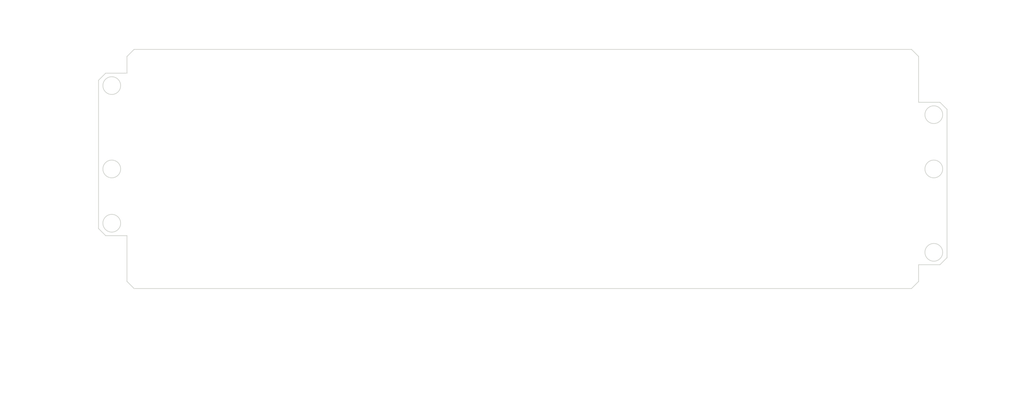
<source format=kicad_pcb>
(kicad_pcb (version 20171130) (host pcbnew "(5.1.0)-1")

  (general
    (thickness 1.6)
    (drawings 105)
    (tracks 0)
    (zones 0)
    (modules 0)
    (nets 1)
  )

  (page A3)
  (layers
    (0 F.Cu signal)
    (31 B.Cu signal)
    (32 B.Adhes user)
    (33 F.Adhes user)
    (34 B.Paste user)
    (35 F.Paste user)
    (36 B.SilkS user)
    (37 F.SilkS user)
    (38 B.Mask user)
    (39 F.Mask user)
    (40 Dwgs.User user)
    (41 Cmts.User user)
    (42 Eco1.User user)
    (43 Eco2.User user)
    (44 Edge.Cuts user)
    (45 Margin user)
    (46 B.CrtYd user)
    (47 F.CrtYd user)
    (48 B.Fab user)
    (49 F.Fab user)
  )

  (setup
    (last_trace_width 0.25)
    (trace_clearance 0.2)
    (zone_clearance 0.508)
    (zone_45_only no)
    (trace_min 0.2)
    (via_size 0.8)
    (via_drill 0.4)
    (via_min_size 0.4)
    (via_min_drill 0.3)
    (uvia_size 0.3)
    (uvia_drill 0.1)
    (uvias_allowed no)
    (uvia_min_size 0.2)
    (uvia_min_drill 0.1)
    (edge_width 0.05)
    (segment_width 0.2)
    (pcb_text_width 0.3)
    (pcb_text_size 1.5 1.5)
    (mod_edge_width 0.12)
    (mod_text_size 1 1)
    (mod_text_width 0.15)
    (pad_size 1.524 1.524)
    (pad_drill 0.762)
    (pad_to_mask_clearance 0.051)
    (solder_mask_min_width 0.25)
    (aux_axis_origin 0 0)
    (visible_elements FFFFFF7F)
    (pcbplotparams
      (layerselection 0x010fc_ffffffff)
      (usegerberextensions false)
      (usegerberattributes false)
      (usegerberadvancedattributes false)
      (creategerberjobfile false)
      (excludeedgelayer true)
      (linewidth 0.152400)
      (plotframeref false)
      (viasonmask false)
      (mode 1)
      (useauxorigin false)
      (hpglpennumber 1)
      (hpglpenspeed 20)
      (hpglpendiameter 15.000000)
      (psnegative false)
      (psa4output false)
      (plotreference true)
      (plotvalue true)
      (plotinvisibletext false)
      (padsonsilk false)
      (subtractmaskfromsilk false)
      (outputformat 1)
      (mirror false)
      (drillshape 1)
      (scaleselection 1)
      (outputdirectory ""))
  )

  (net 0 "")

  (net_class Default "This is the default net class."
    (clearance 0.2)
    (trace_width 0.25)
    (via_dia 0.8)
    (via_drill 0.4)
    (uvia_dia 0.3)
    (uvia_drill 0.1)
  )

  (gr_circle (center 327.786845 153.481153) (end 330.286845 153.481153) (layer Edge.Cuts) (width 0.2))
  (gr_circle (center 327.786845 129.981153) (end 330.286845 129.981153) (layer Edge.Cuts) (width 0.2))
  (gr_circle (center 96.336845 106.481153) (end 98.836845 106.481153) (layer Edge.Cuts) (width 0.2))
  (gr_circle (center 96.336845 129.981153) (end 98.836845 129.981153) (layer Edge.Cuts) (width 0.2))
  (gr_circle (center 96.336845 145.281153) (end 98.836845 145.281153) (layer Edge.Cuts) (width 0.2))
  (gr_circle (center 327.786845 114.681153) (end 330.286845 114.681153) (layer Edge.Cuts) (width 0.2))
  (gr_line (start 94.611845 148.781153) (end 100.611845 148.781153) (layer Edge.Cuts) (width 0.2))
  (gr_line (start 92.611845 104.981153) (end 92.611845 146.781153) (layer Edge.Cuts) (width 0.2))
  (gr_line (start 100.611845 102.981153) (end 94.611845 102.981153) (layer Edge.Cuts) (width 0.2))
  (gr_line (start 100.611845 98.281153) (end 100.611845 102.981153) (layer Edge.Cuts) (width 0.2))
  (gr_line (start 321.511845 96.281153) (end 102.611845 96.281153) (layer Edge.Cuts) (width 0.2))
  (gr_line (start 323.511845 111.181153) (end 323.511845 98.281153) (layer Edge.Cuts) (width 0.2))
  (gr_line (start 329.511845 111.181153) (end 323.511845 111.181153) (layer Edge.Cuts) (width 0.2))
  (gr_line (start 331.511845 154.981153) (end 331.511845 113.181153) (layer Edge.Cuts) (width 0.2))
  (gr_line (start 323.511845 156.981153) (end 329.511845 156.981153) (layer Edge.Cuts) (width 0.2))
  (gr_line (start 323.511845 161.681153) (end 323.511845 156.981153) (layer Edge.Cuts) (width 0.2))
  (gr_line (start 102.611845 163.681153) (end 321.511845 163.681153) (layer Edge.Cuts) (width 0.2))
  (gr_line (start 100.611845 148.781153) (end 100.611845 161.681153) (layer Edge.Cuts) (width 0.2))
  (gr_line (start 94.611845 148.781153) (end 92.611845 146.781153) (layer Edge.Cuts) (width 0.2))
  (gr_line (start 92.611845 104.981153) (end 94.611845 102.981153) (layer Edge.Cuts) (width 0.2))
  (gr_line (start 100.611845 98.281153) (end 102.611845 96.281153) (layer Edge.Cuts) (width 0.2))
  (gr_line (start 321.511845 96.281153) (end 323.511845 98.281153) (layer Edge.Cuts) (width 0.2))
  (gr_line (start 329.511845 111.181153) (end 331.511845 113.181153) (layer Edge.Cuts) (width 0.2))
  (gr_line (start 331.511845 154.981153) (end 329.511845 156.981153) (layer Edge.Cuts) (width 0.2))
  (gr_line (start 323.511845 161.681153) (end 321.511845 163.681153) (layer Edge.Cuts) (width 0.2))
  (gr_line (start 102.611845 163.681153) (end 100.611845 161.681153) (layer Edge.Cuts) (width 0.2))
  (gr_text [.31] (at 108.770231 87.862872) (layer Dwgs.User)
    (effects (font (size 2 1.8) (thickness 0.25)))
  )
  (gr_text " 8.00" (at 108.770231 83.960007) (layer Dwgs.User)
    (effects (font (size 2 1.8) (thickness 0.25)))
  )
  (gr_line (start 100.611845 85.781153) (end 104.929986 85.781153) (layer Dwgs.User) (width 0.2))
  (gr_line (start 94.611845 85.781153) (end 98.611845 85.781153) (layer Dwgs.User) (width 0.2))
  (gr_line (start 100.611845 97.281153) (end 100.611845 82.606153) (layer Dwgs.User) (width 0.2))
  (gr_line (start 92.611845 103.981153) (end 92.611845 82.606153) (layer Dwgs.User) (width 0.2))
  (gr_text [9.11] (at 205.063846 186.16431) (layer Dwgs.User)
    (effects (font (size 2 1.8) (thickness 0.25)))
  )
  (gr_text " 231.45" (at 205.063846 182.260763) (layer Dwgs.User)
    (effects (font (size 2 1.8) (thickness 0.25)))
  )
  (gr_line (start 325.786845 184.082591) (end 210.468893 184.082591) (layer Dwgs.User) (width 0.2))
  (gr_line (start 98.336845 184.082591) (end 199.658798 184.082591) (layer Dwgs.User) (width 0.2))
  (gr_line (start 327.786845 154.481153) (end 327.786845 187.257591) (layer Dwgs.User) (width 0.2))
  (gr_line (start 96.336845 146.281153) (end 96.336845 187.257591) (layer Dwgs.User) (width 0.2))
  (gr_text "2.00 X 45.0° Chamfer" (at 299.203206 86.954219) (layer Dwgs.User)
    (effects (font (size 2 1.8) (thickness 0.25)) (justify left bottom))
  )
  (gr_line (start 332.973794 85.91992) (end 326.8117 85.91992) (layer Dwgs.User) (width 0.2))
  (gr_line (start 324.205329 95.442101) (end 332.973794 85.91992) (layer Dwgs.User) (width 0.2))
  (gr_line (start 324.573139 95.780798) (end 323.837519 95.103404) (layer Dwgs.User) (width 0.2))
  (gr_line (start 322.511845 97.281153) (end 324.573139 95.780798) (layer Dwgs.User) (width 0.2))
  (gr_line (start 323.837519 95.103404) (end 322.511845 97.281153) (layer Dwgs.User) (width 0.2))
  (gr_line (start 324.573135 95.780793) (end 323.837509 95.103398) (layer Dwgs.User) (width 0.2))
  (gr_line (start 322.511863 97.281151) (end 324.573135 95.780793) (layer Dwgs.User) (width 0.2))
  (gr_line (start 323.837509 95.103398) (end 322.511863 97.281151) (layer Dwgs.User) (width 0.2))
  (gr_line (start 324.205329 95.442101) (end 322.511845 97.281153) (layer Dwgs.User) (width 0.2))
  (gr_text [8.78] (at 219.301848 176.262872) (layer Dwgs.User)
    (effects (font (size 2 1.8) (thickness 0.25)))
  )
  (gr_text " 222.90" (at 219.301848 172.360007) (layer Dwgs.User)
    (effects (font (size 2 1.8) (thickness 0.25)))
  )
  (gr_line (start 321.511845 174.181153) (end 224.695981 174.181153) (layer Dwgs.User) (width 0.2))
  (gr_line (start 102.611845 174.181153) (end 213.907714 174.181153) (layer Dwgs.User) (width 0.2))
  (gr_line (start 323.511845 162.681153) (end 323.511845 177.356153) (layer Dwgs.User) (width 0.2))
  (gr_line (start 100.611845 162.681153) (end 100.611845 177.356153) (layer Dwgs.User) (width 0.2))
  (gr_text [9.41] (at 220.20723 196.664229) (layer Dwgs.User)
    (effects (font (size 2 1.8) (thickness 0.25)))
  )
  (gr_text " 238.90" (at 220.20723 192.760682) (layer Dwgs.User)
    (effects (font (size 2 1.8) (thickness 0.25)))
  )
  (gr_line (start 94.611845 194.58251) (end 214.813096 194.58251) (layer Dwgs.User) (width 0.2))
  (gr_line (start 329.511845 194.58251) (end 225.601364 194.58251) (layer Dwgs.User) (width 0.2))
  (gr_line (start 92.611845 147.781153) (end 92.611845 197.75751) (layer Dwgs.User) (width 0.2))
  (gr_line (start 331.511845 155.981153) (end 331.511845 197.75751) (layer Dwgs.User) (width 0.2))
  (gr_text [.26] (at 86.445655 111.665616) (layer Dwgs.User)
    (effects (font (size 2 1.8) (thickness 0.25)))
  )
  (gr_text " 6.70" (at 86.445655 107.762751) (layer Dwgs.User)
    (effects (font (size 2 1.8) (thickness 0.25)))
  )
  (gr_line (start 92.2859 109.583897) (end 90.2859 109.583897) (layer Dwgs.User) (width 0.2))
  (gr_line (start 92.2859 102.981153) (end 92.2859 109.583897) (layer Dwgs.User) (width 0.2))
  (gr_line (start 92.2859 98.281153) (end 92.2859 100.981153) (layer Dwgs.User) (width 0.2))
  (gr_line (start 101.611845 96.281153) (end 89.1109 96.281153) (layer Dwgs.User) (width 0.2))
  (gr_line (start 93.611845 102.981153) (end 89.1109 102.981153) (layer Dwgs.User) (width 0.2))
  (gr_text [.14] (at 336.325601 103.283466) (layer Dwgs.User)
    (effects (font (size 2 1.8) (thickness 0.25)))
  )
  (gr_text " 3.50" (at 336.325601 99.379918) (layer Dwgs.User)
    (effects (font (size 2 1.8) (thickness 0.25)))
  )
  (gr_line (start 330.485356 101.201747) (end 332.485356 101.201747) (layer Dwgs.User) (width 0.2))
  (gr_line (start 330.485356 109.181153) (end 330.485356 101.201747) (layer Dwgs.User) (width 0.2))
  (gr_line (start 330.485356 116.681153) (end 330.485356 118.681153) (layer Dwgs.User) (width 0.2))
  (gr_line (start 330.511845 111.181153) (end 333.660356 111.181153) (layer Dwgs.User) (width 0.2))
  (gr_line (start 328.786845 114.681153) (end 333.660356 114.681153) (layer Dwgs.User) (width 0.2))
  (gr_text [.15] (at 339.988827 170.494526) (layer Dwgs.User)
    (effects (font (size 2 1.8) (thickness 0.25)))
  )
  (gr_text " 3.73" (at 339.988827 166.590979) (layer Dwgs.User)
    (effects (font (size 2 1.8) (thickness 0.25)))
  )
  (gr_line (start 333.511845 168.412807) (end 336.145171 168.412807) (layer Dwgs.User) (width 0.2))
  (gr_line (start 325.786845 168.412807) (end 323.786845 168.412807) (layer Dwgs.User) (width 0.2))
  (gr_line (start 327.786845 154.481153) (end 327.786845 171.587807) (layer Dwgs.User) (width 0.2))
  (gr_line (start 331.511845 155.981153) (end 331.511845 171.587807) (layer Dwgs.User) (width 0.2))
  (gr_text [.60] (at 348.466955 109.643222) (layer Dwgs.User)
    (effects (font (size 2 1.8) (thickness 0.25)))
  )
  (gr_text " 15.30" (at 348.466955 105.739675) (layer Dwgs.User)
    (effects (font (size 2 1.8) (thickness 0.25)))
  )
  (gr_line (start 341.849765 107.561503) (end 343.849765 107.561503) (layer Dwgs.User) (width 0.2))
  (gr_line (start 341.849765 114.681153) (end 341.849765 107.561503) (layer Dwgs.User) (width 0.2))
  (gr_line (start 341.849765 127.981153) (end 341.849765 116.681153) (layer Dwgs.User) (width 0.2))
  (gr_line (start 328.786845 114.681153) (end 345.024765 114.681153) (layer Dwgs.User) (width 0.2))
  (gr_line (start 328.786845 129.981153) (end 345.024765 129.981153) (layer Dwgs.User) (width 0.2))
  (gr_text [.93] (at 340.286845 143.812872) (layer Dwgs.User)
    (effects (font (size 2 1.8) (thickness 0.25)))
  )
  (gr_text " 23.50" (at 340.286845 139.909325) (layer Dwgs.User)
    (effects (font (size 2 1.8) (thickness 0.25)))
  )
  (gr_line (start 340.286845 131.981153) (end 340.286845 137.827606) (layer Dwgs.User) (width 0.2))
  (gr_line (start 340.286845 151.481153) (end 340.286845 145.6347) (layer Dwgs.User) (width 0.2))
  (gr_line (start 328.786845 129.981153) (end 343.461845 129.981153) (layer Dwgs.User) (width 0.2))
  (gr_line (start 328.786845 153.481153) (end 343.461845 153.481153) (layer Dwgs.User) (width 0.2))
  (gr_text [1.80] (at 80.002297 130.908574) (layer Dwgs.User)
    (effects (font (size 2 1.8) (thickness 0.25)))
  )
  (gr_text " 45.80" (at 80.002297 127.005709) (layer Dwgs.User)
    (effects (font (size 2 1.8) (thickness 0.25)))
  )
  (gr_line (start 80.002297 146.781153) (end 80.002297 132.72972) (layer Dwgs.User) (width 0.2))
  (gr_line (start 80.002297 104.981153) (end 80.002297 124.92399) (layer Dwgs.User) (width 0.2))
  (gr_line (start 93.611845 148.781153) (end 76.827297 148.781153) (layer Dwgs.User) (width 0.2))
  (gr_line (start 93.611845 102.981153) (end 76.827297 102.981153) (layer Dwgs.User) (width 0.2))
  (gr_text [2.65] (at 69.604126 128.901765) (layer Dwgs.User)
    (effects (font (size 2 1.8) (thickness 0.25)))
  )
  (gr_text " 67.40" (at 69.604126 124.9989) (layer Dwgs.User)
    (effects (font (size 2 1.8) (thickness 0.25)))
  )
  (gr_line (start 69.604126 161.681153) (end 69.604126 130.722911) (layer Dwgs.User) (width 0.2))
  (gr_line (start 69.604126 98.281153) (end 69.604126 122.917181) (layer Dwgs.User) (width 0.2))
  (gr_line (start 101.611845 163.681153) (end 66.429126 163.681153) (layer Dwgs.User) (width 0.2))
  (gr_line (start 101.611845 96.281153) (end 66.429126 96.281153) (layer Dwgs.User) (width 0.2))

)

</source>
